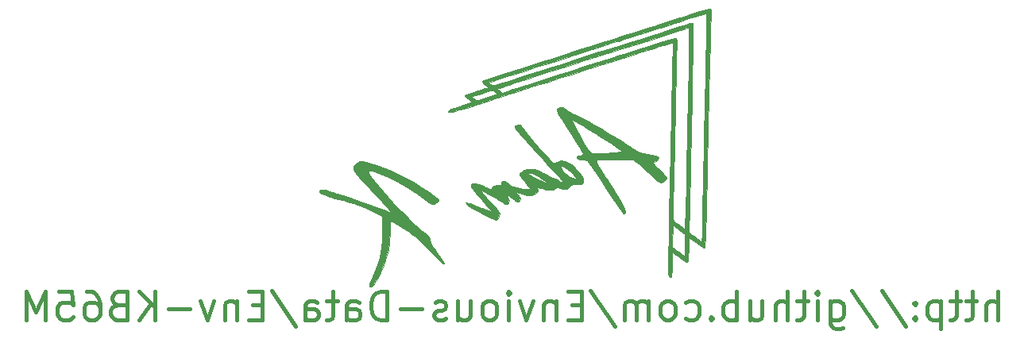
<source format=gbo>
G04 #@! TF.GenerationSoftware,KiCad,Pcbnew,(5.1.9)-1*
G04 #@! TF.CreationDate,2021-05-31T01:00:48+01:00*
G04 #@! TF.ProjectId,EnvKB65_bottom,456e764b-4236-4355-9f62-6f74746f6d2e,rev?*
G04 #@! TF.SameCoordinates,Original*
G04 #@! TF.FileFunction,Legend,Bot*
G04 #@! TF.FilePolarity,Positive*
%FSLAX46Y46*%
G04 Gerber Fmt 4.6, Leading zero omitted, Abs format (unit mm)*
G04 Created by KiCad (PCBNEW (5.1.9)-1) date 2021-05-31 01:00:48*
%MOMM*%
%LPD*%
G01*
G04 APERTURE LIST*
%ADD10C,0.400000*%
%ADD11C,0.010000*%
%ADD12C,2.200000*%
G04 APERTURE END LIST*
D10*
X276410714Y-164357142D02*
X276410714Y-161357142D01*
X275125000Y-164357142D02*
X275125000Y-162785714D01*
X275267857Y-162500000D01*
X275553571Y-162357142D01*
X275982142Y-162357142D01*
X276267857Y-162500000D01*
X276410714Y-162642857D01*
X274125000Y-162357142D02*
X272982142Y-162357142D01*
X273696428Y-161357142D02*
X273696428Y-163928571D01*
X273553571Y-164214285D01*
X273267857Y-164357142D01*
X272982142Y-164357142D01*
X272410714Y-162357142D02*
X271267857Y-162357142D01*
X271982142Y-161357142D02*
X271982142Y-163928571D01*
X271839285Y-164214285D01*
X271553571Y-164357142D01*
X271267857Y-164357142D01*
X270267857Y-162357142D02*
X270267857Y-165357142D01*
X270267857Y-162500000D02*
X269982142Y-162357142D01*
X269410714Y-162357142D01*
X269125000Y-162500000D01*
X268982142Y-162642857D01*
X268839285Y-162928571D01*
X268839285Y-163785714D01*
X268982142Y-164071428D01*
X269125000Y-164214285D01*
X269410714Y-164357142D01*
X269982142Y-164357142D01*
X270267857Y-164214285D01*
X267553571Y-164071428D02*
X267410714Y-164214285D01*
X267553571Y-164357142D01*
X267696428Y-164214285D01*
X267553571Y-164071428D01*
X267553571Y-164357142D01*
X267553571Y-162500000D02*
X267410714Y-162642857D01*
X267553571Y-162785714D01*
X267696428Y-162642857D01*
X267553571Y-162500000D01*
X267553571Y-162785714D01*
X263982142Y-161214285D02*
X266553571Y-165071428D01*
X260839285Y-161214285D02*
X263410714Y-165071428D01*
X258553571Y-162357142D02*
X258553571Y-164785714D01*
X258696428Y-165071428D01*
X258839285Y-165214285D01*
X259124999Y-165357142D01*
X259553571Y-165357142D01*
X259839285Y-165214285D01*
X258553571Y-164214285D02*
X258839285Y-164357142D01*
X259410714Y-164357142D01*
X259696428Y-164214285D01*
X259839285Y-164071428D01*
X259982142Y-163785714D01*
X259982142Y-162928571D01*
X259839285Y-162642857D01*
X259696428Y-162500000D01*
X259410714Y-162357142D01*
X258839285Y-162357142D01*
X258553571Y-162500000D01*
X257124999Y-164357142D02*
X257124999Y-162357142D01*
X257124999Y-161357142D02*
X257267857Y-161500000D01*
X257124999Y-161642857D01*
X256982142Y-161500000D01*
X257124999Y-161357142D01*
X257124999Y-161642857D01*
X256124999Y-162357142D02*
X254982142Y-162357142D01*
X255696428Y-161357142D02*
X255696428Y-163928571D01*
X255553571Y-164214285D01*
X255267857Y-164357142D01*
X254982142Y-164357142D01*
X253982142Y-164357142D02*
X253982142Y-161357142D01*
X252696428Y-164357142D02*
X252696428Y-162785714D01*
X252839285Y-162500000D01*
X253124999Y-162357142D01*
X253553571Y-162357142D01*
X253839285Y-162500000D01*
X253982142Y-162642857D01*
X249982142Y-162357142D02*
X249982142Y-164357142D01*
X251267857Y-162357142D02*
X251267857Y-163928571D01*
X251124999Y-164214285D01*
X250839285Y-164357142D01*
X250410714Y-164357142D01*
X250124999Y-164214285D01*
X249982142Y-164071428D01*
X248553571Y-164357142D02*
X248553571Y-161357142D01*
X248553571Y-162500000D02*
X248267857Y-162357142D01*
X247696428Y-162357142D01*
X247410714Y-162500000D01*
X247267857Y-162642857D01*
X247124999Y-162928571D01*
X247124999Y-163785714D01*
X247267857Y-164071428D01*
X247410714Y-164214285D01*
X247696428Y-164357142D01*
X248267857Y-164357142D01*
X248553571Y-164214285D01*
X245839285Y-164071428D02*
X245696428Y-164214285D01*
X245839285Y-164357142D01*
X245982142Y-164214285D01*
X245839285Y-164071428D01*
X245839285Y-164357142D01*
X243124999Y-164214285D02*
X243410714Y-164357142D01*
X243982142Y-164357142D01*
X244267857Y-164214285D01*
X244410714Y-164071428D01*
X244553571Y-163785714D01*
X244553571Y-162928571D01*
X244410714Y-162642857D01*
X244267857Y-162500000D01*
X243982142Y-162357142D01*
X243410714Y-162357142D01*
X243124999Y-162500000D01*
X241410714Y-164357142D02*
X241696428Y-164214285D01*
X241839285Y-164071428D01*
X241982142Y-163785714D01*
X241982142Y-162928571D01*
X241839285Y-162642857D01*
X241696428Y-162500000D01*
X241410714Y-162357142D01*
X240982142Y-162357142D01*
X240696428Y-162500000D01*
X240553571Y-162642857D01*
X240410714Y-162928571D01*
X240410714Y-163785714D01*
X240553571Y-164071428D01*
X240696428Y-164214285D01*
X240982142Y-164357142D01*
X241410714Y-164357142D01*
X239124999Y-164357142D02*
X239124999Y-162357142D01*
X239124999Y-162642857D02*
X238982142Y-162500000D01*
X238696428Y-162357142D01*
X238267857Y-162357142D01*
X237982142Y-162500000D01*
X237839285Y-162785714D01*
X237839285Y-164357142D01*
X237839285Y-162785714D02*
X237696428Y-162500000D01*
X237410714Y-162357142D01*
X236982142Y-162357142D01*
X236696428Y-162500000D01*
X236553571Y-162785714D01*
X236553571Y-164357142D01*
X232982142Y-161214285D02*
X235553571Y-165071428D01*
X231982142Y-162785714D02*
X230982142Y-162785714D01*
X230553571Y-164357142D02*
X231982142Y-164357142D01*
X231982142Y-161357142D01*
X230553571Y-161357142D01*
X229267857Y-162357142D02*
X229267857Y-164357142D01*
X229267857Y-162642857D02*
X229124999Y-162500000D01*
X228839285Y-162357142D01*
X228410714Y-162357142D01*
X228124999Y-162500000D01*
X227982142Y-162785714D01*
X227982142Y-164357142D01*
X226839285Y-162357142D02*
X226124999Y-164357142D01*
X225410714Y-162357142D01*
X224267857Y-164357142D02*
X224267857Y-162357142D01*
X224267857Y-161357142D02*
X224410714Y-161500000D01*
X224267857Y-161642857D01*
X224124999Y-161500000D01*
X224267857Y-161357142D01*
X224267857Y-161642857D01*
X222410714Y-164357142D02*
X222696428Y-164214285D01*
X222839285Y-164071428D01*
X222982142Y-163785714D01*
X222982142Y-162928571D01*
X222839285Y-162642857D01*
X222696428Y-162500000D01*
X222410714Y-162357142D01*
X221982142Y-162357142D01*
X221696428Y-162500000D01*
X221553571Y-162642857D01*
X221410714Y-162928571D01*
X221410714Y-163785714D01*
X221553571Y-164071428D01*
X221696428Y-164214285D01*
X221982142Y-164357142D01*
X222410714Y-164357142D01*
X218839285Y-162357142D02*
X218839285Y-164357142D01*
X220124999Y-162357142D02*
X220124999Y-163928571D01*
X219982142Y-164214285D01*
X219696428Y-164357142D01*
X219267857Y-164357142D01*
X218982142Y-164214285D01*
X218839285Y-164071428D01*
X217553571Y-164214285D02*
X217267857Y-164357142D01*
X216696428Y-164357142D01*
X216410714Y-164214285D01*
X216267857Y-163928571D01*
X216267857Y-163785714D01*
X216410714Y-163500000D01*
X216696428Y-163357142D01*
X217124999Y-163357142D01*
X217410714Y-163214285D01*
X217553571Y-162928571D01*
X217553571Y-162785714D01*
X217410714Y-162500000D01*
X217124999Y-162357142D01*
X216696428Y-162357142D01*
X216410714Y-162500000D01*
X214982142Y-163214285D02*
X212696428Y-163214285D01*
X211267857Y-164357142D02*
X211267857Y-161357142D01*
X210553571Y-161357142D01*
X210124999Y-161500000D01*
X209839285Y-161785714D01*
X209696428Y-162071428D01*
X209553571Y-162642857D01*
X209553571Y-163071428D01*
X209696428Y-163642857D01*
X209839285Y-163928571D01*
X210124999Y-164214285D01*
X210553571Y-164357142D01*
X211267857Y-164357142D01*
X206982142Y-164357142D02*
X206982142Y-162785714D01*
X207124999Y-162500000D01*
X207410714Y-162357142D01*
X207982142Y-162357142D01*
X208267857Y-162500000D01*
X206982142Y-164214285D02*
X207267857Y-164357142D01*
X207982142Y-164357142D01*
X208267857Y-164214285D01*
X208410714Y-163928571D01*
X208410714Y-163642857D01*
X208267857Y-163357142D01*
X207982142Y-163214285D01*
X207267857Y-163214285D01*
X206982142Y-163071428D01*
X205982142Y-162357142D02*
X204839285Y-162357142D01*
X205553571Y-161357142D02*
X205553571Y-163928571D01*
X205410714Y-164214285D01*
X205124999Y-164357142D01*
X204839285Y-164357142D01*
X202553571Y-164357142D02*
X202553571Y-162785714D01*
X202696428Y-162500000D01*
X202982142Y-162357142D01*
X203553571Y-162357142D01*
X203839285Y-162500000D01*
X202553571Y-164214285D02*
X202839285Y-164357142D01*
X203553571Y-164357142D01*
X203839285Y-164214285D01*
X203982142Y-163928571D01*
X203982142Y-163642857D01*
X203839285Y-163357142D01*
X203553571Y-163214285D01*
X202839285Y-163214285D01*
X202553571Y-163071428D01*
X198982142Y-161214285D02*
X201553571Y-165071428D01*
X197982142Y-162785714D02*
X196982142Y-162785714D01*
X196553571Y-164357142D02*
X197982142Y-164357142D01*
X197982142Y-161357142D01*
X196553571Y-161357142D01*
X195267857Y-162357142D02*
X195267857Y-164357142D01*
X195267857Y-162642857D02*
X195124999Y-162500000D01*
X194839285Y-162357142D01*
X194410714Y-162357142D01*
X194124999Y-162500000D01*
X193982142Y-162785714D01*
X193982142Y-164357142D01*
X192839285Y-162357142D02*
X192124999Y-164357142D01*
X191410714Y-162357142D01*
X190267857Y-163214285D02*
X187982142Y-163214285D01*
X186553571Y-164357142D02*
X186553571Y-161357142D01*
X184839285Y-164357142D02*
X186124999Y-162642857D01*
X184839285Y-161357142D02*
X186553571Y-163071428D01*
X182553571Y-162785714D02*
X182124999Y-162928571D01*
X181982142Y-163071428D01*
X181839285Y-163357142D01*
X181839285Y-163785714D01*
X181982142Y-164071428D01*
X182124999Y-164214285D01*
X182410714Y-164357142D01*
X183553571Y-164357142D01*
X183553571Y-161357142D01*
X182553571Y-161357142D01*
X182267857Y-161500000D01*
X182124999Y-161642857D01*
X181982142Y-161928571D01*
X181982142Y-162214285D01*
X182124999Y-162500000D01*
X182267857Y-162642857D01*
X182553571Y-162785714D01*
X183553571Y-162785714D01*
X179267857Y-161357142D02*
X179839285Y-161357142D01*
X180124999Y-161500000D01*
X180267857Y-161642857D01*
X180553571Y-162071428D01*
X180696428Y-162642857D01*
X180696428Y-163785714D01*
X180553571Y-164071428D01*
X180410714Y-164214285D01*
X180124999Y-164357142D01*
X179553571Y-164357142D01*
X179267857Y-164214285D01*
X179124999Y-164071428D01*
X178982142Y-163785714D01*
X178982142Y-163071428D01*
X179124999Y-162785714D01*
X179267857Y-162642857D01*
X179553571Y-162500000D01*
X180124999Y-162500000D01*
X180410714Y-162642857D01*
X180553571Y-162785714D01*
X180696428Y-163071428D01*
X176267857Y-161357142D02*
X177696428Y-161357142D01*
X177839285Y-162785714D01*
X177696428Y-162642857D01*
X177410714Y-162500000D01*
X176696428Y-162500000D01*
X176410714Y-162642857D01*
X176267857Y-162785714D01*
X176124999Y-163071428D01*
X176124999Y-163785714D01*
X176267857Y-164071428D01*
X176410714Y-164214285D01*
X176696428Y-164357142D01*
X177410714Y-164357142D01*
X177696428Y-164214285D01*
X177839285Y-164071428D01*
X174839285Y-164357142D02*
X174839285Y-161357142D01*
X173839285Y-163500000D01*
X172839285Y-161357142D01*
X172839285Y-164357142D01*
D11*
G36*
X229745930Y-141691677D02*
G01*
X229528509Y-141758348D01*
X229411156Y-141870077D01*
X229395887Y-142044591D01*
X229484716Y-142299614D01*
X229679657Y-142652871D01*
X229893237Y-142987679D01*
X230149529Y-143379163D01*
X230408092Y-143779297D01*
X230633251Y-144132627D01*
X230751422Y-144321667D01*
X230930095Y-144608049D01*
X231166290Y-144981871D01*
X231425381Y-145388508D01*
X231610140Y-145676334D01*
X231823801Y-146016337D01*
X231998621Y-146310530D01*
X232116163Y-146526772D01*
X232158012Y-146631491D01*
X232140658Y-146709466D01*
X232057930Y-146765984D01*
X231869954Y-146821179D01*
X231710208Y-146857620D01*
X231529915Y-146938230D01*
X231498986Y-147051480D01*
X231611032Y-147191513D01*
X231880772Y-147281187D01*
X232298517Y-147318894D01*
X232648367Y-147327334D01*
X233436369Y-148533834D01*
X234095946Y-149542491D01*
X234667012Y-150413140D01*
X235152555Y-151150257D01*
X235555564Y-151758318D01*
X235879027Y-152241800D01*
X236125930Y-152605178D01*
X236299262Y-152852928D01*
X236402011Y-152989527D01*
X236430841Y-153019870D01*
X236588262Y-153077963D01*
X236691705Y-152979697D01*
X236707348Y-152942990D01*
X236694507Y-152795912D01*
X236603343Y-152537590D01*
X236448573Y-152198260D01*
X236244915Y-151808159D01*
X236007086Y-151397525D01*
X235786426Y-151050981D01*
X235624493Y-150802104D01*
X235508299Y-150611350D01*
X235462369Y-150519030D01*
X235462333Y-150518265D01*
X235416831Y-150434523D01*
X235292617Y-150240176D01*
X235108129Y-149963314D01*
X234881803Y-149632024D01*
X234858012Y-149597608D01*
X234578841Y-149182692D01*
X234293960Y-148739913D01*
X234040999Y-148328729D01*
X233890014Y-148068112D01*
X233718689Y-147754126D01*
X233622549Y-147554775D01*
X233592998Y-147437542D01*
X233621437Y-147369908D01*
X233692956Y-147322719D01*
X233844106Y-147290932D01*
X234154787Y-147268776D01*
X234615456Y-147256550D01*
X235216567Y-147254556D01*
X235706123Y-147259274D01*
X237552672Y-147285000D01*
X237962432Y-147620949D01*
X238175627Y-147804309D01*
X238474710Y-148073009D01*
X238824022Y-148394488D01*
X239187904Y-148736187D01*
X239283773Y-148827449D01*
X239678940Y-149196499D01*
X239977087Y-149454070D01*
X240195600Y-149613520D01*
X240351864Y-149688209D01*
X240416742Y-149698000D01*
X240755463Y-149628198D01*
X241003721Y-149430873D01*
X241055348Y-149349963D01*
X241082424Y-149266703D01*
X241061279Y-149171831D01*
X240974915Y-149042554D01*
X240806331Y-148856081D01*
X240538526Y-148589617D01*
X240358789Y-148416083D01*
X240055319Y-148114358D01*
X239828137Y-147867758D01*
X239693409Y-147695123D01*
X239667299Y-147615296D01*
X239670251Y-147613541D01*
X239871146Y-147493575D01*
X240059566Y-147329462D01*
X240182788Y-147171450D01*
X240203666Y-147105201D01*
X240120469Y-146973599D01*
X239876445Y-146852232D01*
X239479945Y-146744081D01*
X238939320Y-146652127D01*
X238930914Y-146650989D01*
X238670515Y-146613552D01*
X238457862Y-146571263D01*
X238262382Y-146509880D01*
X238053503Y-146415164D01*
X238029638Y-146401734D01*
X236309000Y-146401734D01*
X236230477Y-146433770D01*
X236019064Y-146469031D01*
X235710997Y-146502328D01*
X235483500Y-146519967D01*
X235115157Y-146546438D01*
X234802785Y-146572351D01*
X234590392Y-146593882D01*
X234531000Y-146602713D01*
X234388967Y-146617157D01*
X234129241Y-146630129D01*
X233803456Y-146639176D01*
X233743060Y-146640179D01*
X233406671Y-146641411D01*
X233190942Y-146623746D01*
X233047282Y-146573548D01*
X232927099Y-146477181D01*
X232842272Y-146387399D01*
X232701741Y-146201145D01*
X232514518Y-145908826D01*
X232308907Y-145556192D01*
X232174397Y-145307899D01*
X231944184Y-144874883D01*
X231689684Y-144406164D01*
X231452255Y-143977581D01*
X231360686Y-143815717D01*
X231191263Y-143513061D01*
X231059740Y-143266655D01*
X230985081Y-143112591D01*
X230975000Y-143081589D01*
X231042260Y-143082594D01*
X231227056Y-143161038D01*
X231503912Y-143303688D01*
X231847350Y-143497313D01*
X232231894Y-143728679D01*
X232287333Y-143763187D01*
X232640143Y-143980269D01*
X233042367Y-144222724D01*
X233345666Y-144402102D01*
X233640757Y-144580532D01*
X234000629Y-144807532D01*
X234400956Y-145066686D01*
X234817408Y-145341577D01*
X235225657Y-145615790D01*
X235601375Y-145872906D01*
X235920233Y-146096510D01*
X236157903Y-146270185D01*
X236290056Y-146377515D01*
X236309000Y-146401734D01*
X238029638Y-146401734D01*
X237800654Y-146272875D01*
X237473261Y-146068772D01*
X237040754Y-145788614D01*
X236944000Y-145725500D01*
X236240086Y-145274282D01*
X235503908Y-144817027D01*
X234756846Y-144365914D01*
X234020276Y-143933124D01*
X233315578Y-143530836D01*
X232664131Y-143171230D01*
X232087312Y-142866487D01*
X231606500Y-142628787D01*
X231243074Y-142470309D01*
X231205806Y-142456250D01*
X230905166Y-142310158D01*
X230582270Y-142100826D01*
X230420554Y-141972025D01*
X230190894Y-141782706D01*
X230023808Y-141691397D01*
X229863579Y-141674945D01*
X229745930Y-141691677D01*
G37*
X229745930Y-141691677D02*
X229528509Y-141758348D01*
X229411156Y-141870077D01*
X229395887Y-142044591D01*
X229484716Y-142299614D01*
X229679657Y-142652871D01*
X229893237Y-142987679D01*
X230149529Y-143379163D01*
X230408092Y-143779297D01*
X230633251Y-144132627D01*
X230751422Y-144321667D01*
X230930095Y-144608049D01*
X231166290Y-144981871D01*
X231425381Y-145388508D01*
X231610140Y-145676334D01*
X231823801Y-146016337D01*
X231998621Y-146310530D01*
X232116163Y-146526772D01*
X232158012Y-146631491D01*
X232140658Y-146709466D01*
X232057930Y-146765984D01*
X231869954Y-146821179D01*
X231710208Y-146857620D01*
X231529915Y-146938230D01*
X231498986Y-147051480D01*
X231611032Y-147191513D01*
X231880772Y-147281187D01*
X232298517Y-147318894D01*
X232648367Y-147327334D01*
X233436369Y-148533834D01*
X234095946Y-149542491D01*
X234667012Y-150413140D01*
X235152555Y-151150257D01*
X235555564Y-151758318D01*
X235879027Y-152241800D01*
X236125930Y-152605178D01*
X236299262Y-152852928D01*
X236402011Y-152989527D01*
X236430841Y-153019870D01*
X236588262Y-153077963D01*
X236691705Y-152979697D01*
X236707348Y-152942990D01*
X236694507Y-152795912D01*
X236603343Y-152537590D01*
X236448573Y-152198260D01*
X236244915Y-151808159D01*
X236007086Y-151397525D01*
X235786426Y-151050981D01*
X235624493Y-150802104D01*
X235508299Y-150611350D01*
X235462369Y-150519030D01*
X235462333Y-150518265D01*
X235416831Y-150434523D01*
X235292617Y-150240176D01*
X235108129Y-149963314D01*
X234881803Y-149632024D01*
X234858012Y-149597608D01*
X234578841Y-149182692D01*
X234293960Y-148739913D01*
X234040999Y-148328729D01*
X233890014Y-148068112D01*
X233718689Y-147754126D01*
X233622549Y-147554775D01*
X233592998Y-147437542D01*
X233621437Y-147369908D01*
X233692956Y-147322719D01*
X233844106Y-147290932D01*
X234154787Y-147268776D01*
X234615456Y-147256550D01*
X235216567Y-147254556D01*
X235706123Y-147259274D01*
X237552672Y-147285000D01*
X237962432Y-147620949D01*
X238175627Y-147804309D01*
X238474710Y-148073009D01*
X238824022Y-148394488D01*
X239187904Y-148736187D01*
X239283773Y-148827449D01*
X239678940Y-149196499D01*
X239977087Y-149454070D01*
X240195600Y-149613520D01*
X240351864Y-149688209D01*
X240416742Y-149698000D01*
X240755463Y-149628198D01*
X241003721Y-149430873D01*
X241055348Y-149349963D01*
X241082424Y-149266703D01*
X241061279Y-149171831D01*
X240974915Y-149042554D01*
X240806331Y-148856081D01*
X240538526Y-148589617D01*
X240358789Y-148416083D01*
X240055319Y-148114358D01*
X239828137Y-147867758D01*
X239693409Y-147695123D01*
X239667299Y-147615296D01*
X239670251Y-147613541D01*
X239871146Y-147493575D01*
X240059566Y-147329462D01*
X240182788Y-147171450D01*
X240203666Y-147105201D01*
X240120469Y-146973599D01*
X239876445Y-146852232D01*
X239479945Y-146744081D01*
X238939320Y-146652127D01*
X238930914Y-146650989D01*
X238670515Y-146613552D01*
X238457862Y-146571263D01*
X238262382Y-146509880D01*
X238053503Y-146415164D01*
X238029638Y-146401734D01*
X236309000Y-146401734D01*
X236230477Y-146433770D01*
X236019064Y-146469031D01*
X235710997Y-146502328D01*
X235483500Y-146519967D01*
X235115157Y-146546438D01*
X234802785Y-146572351D01*
X234590392Y-146593882D01*
X234531000Y-146602713D01*
X234388967Y-146617157D01*
X234129241Y-146630129D01*
X233803456Y-146639176D01*
X233743060Y-146640179D01*
X233406671Y-146641411D01*
X233190942Y-146623746D01*
X233047282Y-146573548D01*
X232927099Y-146477181D01*
X232842272Y-146387399D01*
X232701741Y-146201145D01*
X232514518Y-145908826D01*
X232308907Y-145556192D01*
X232174397Y-145307899D01*
X231944184Y-144874883D01*
X231689684Y-144406164D01*
X231452255Y-143977581D01*
X231360686Y-143815717D01*
X231191263Y-143513061D01*
X231059740Y-143266655D01*
X230985081Y-143112591D01*
X230975000Y-143081589D01*
X231042260Y-143082594D01*
X231227056Y-143161038D01*
X231503912Y-143303688D01*
X231847350Y-143497313D01*
X232231894Y-143728679D01*
X232287333Y-143763187D01*
X232640143Y-143980269D01*
X233042367Y-144222724D01*
X233345666Y-144402102D01*
X233640757Y-144580532D01*
X234000629Y-144807532D01*
X234400956Y-145066686D01*
X234817408Y-145341577D01*
X235225657Y-145615790D01*
X235601375Y-145872906D01*
X235920233Y-146096510D01*
X236157903Y-146270185D01*
X236290056Y-146377515D01*
X236309000Y-146401734D01*
X238029638Y-146401734D01*
X237800654Y-146272875D01*
X237473261Y-146068772D01*
X237040754Y-145788614D01*
X236944000Y-145725500D01*
X236240086Y-145274282D01*
X235503908Y-144817027D01*
X234756846Y-144365914D01*
X234020276Y-143933124D01*
X233315578Y-143530836D01*
X232664131Y-143171230D01*
X232087312Y-142866487D01*
X231606500Y-142628787D01*
X231243074Y-142470309D01*
X231205806Y-142456250D01*
X230905166Y-142310158D01*
X230582270Y-142100826D01*
X230420554Y-141972025D01*
X230190894Y-141782706D01*
X230023808Y-141691397D01*
X229863579Y-141674945D01*
X229745930Y-141691677D01*
G36*
X225338908Y-143551477D02*
G01*
X225281166Y-143562896D01*
X225073507Y-143614045D01*
X224945801Y-143657458D01*
X224942500Y-143659287D01*
X224879084Y-143760422D01*
X224930603Y-143931176D01*
X225103100Y-144182456D01*
X225402617Y-144525168D01*
X225450500Y-144576264D01*
X225725200Y-144871972D01*
X226070427Y-145250083D01*
X226445288Y-145665488D01*
X226808890Y-146073079D01*
X226868666Y-146140639D01*
X227389913Y-146729477D01*
X227824929Y-147217954D01*
X228198600Y-147633486D01*
X228535812Y-148003489D01*
X228861453Y-148355379D01*
X229200407Y-148716571D01*
X229362355Y-148887805D01*
X229627694Y-149177502D01*
X229833399Y-149420997D01*
X229960366Y-149594202D01*
X229989486Y-149673028D01*
X229986519Y-149674716D01*
X229911765Y-149669142D01*
X229765443Y-149618793D01*
X229533312Y-149516945D01*
X229201130Y-149356875D01*
X228754656Y-149131859D01*
X228179647Y-148835172D01*
X227903152Y-148691106D01*
X227515063Y-148494154D01*
X227227782Y-148367265D01*
X226995588Y-148295632D01*
X226772760Y-148264446D01*
X226567970Y-148258667D01*
X226208893Y-148280194D01*
X225932493Y-148358794D01*
X225719512Y-148474219D01*
X225547467Y-148595606D01*
X225452568Y-148713495D01*
X225441195Y-148853316D01*
X225519731Y-149040497D01*
X225694556Y-149300471D01*
X225972052Y-149658666D01*
X226037236Y-149740334D01*
X226579122Y-150417667D01*
X226283663Y-150443690D01*
X226050854Y-150432467D01*
X225729325Y-150377784D01*
X225403307Y-150295523D01*
X225088985Y-150208517D01*
X224821089Y-150146072D01*
X224656288Y-150121355D01*
X224653647Y-150121334D01*
X224499966Y-150063423D01*
X224298600Y-149916642D01*
X224201666Y-149825000D01*
X224004601Y-149650160D01*
X223831433Y-149543741D01*
X223772091Y-149528667D01*
X223581883Y-149600576D01*
X223474247Y-149773314D01*
X223478539Y-149941097D01*
X223498471Y-150047854D01*
X223435214Y-150070277D01*
X223252701Y-150022976D01*
X222955189Y-149988026D01*
X222685729Y-150050103D01*
X222496962Y-150191631D01*
X222447932Y-150291686D01*
X222398860Y-150408913D01*
X222311823Y-150446917D01*
X222155015Y-150401986D01*
X221896632Y-150270411D01*
X221798973Y-150215975D01*
X221400558Y-150020837D01*
X221016899Y-149884438D01*
X220684245Y-149815637D01*
X220438844Y-149823290D01*
X220354525Y-149863025D01*
X220243193Y-150024927D01*
X220222333Y-150123011D01*
X220276685Y-150230226D01*
X220428129Y-150440332D01*
X220659253Y-150731476D01*
X220952641Y-151081802D01*
X221290879Y-151469455D01*
X221331606Y-151515150D01*
X221669406Y-151897794D01*
X221961320Y-152237055D01*
X222190980Y-152513189D01*
X222342019Y-152706450D01*
X222398067Y-152797093D01*
X222397247Y-152800641D01*
X222307587Y-152785742D01*
X222092573Y-152714334D01*
X221782187Y-152597319D01*
X221406413Y-152445597D01*
X221310834Y-152405653D01*
X220895117Y-152236495D01*
X220509202Y-152089746D01*
X220193201Y-151979984D01*
X219987230Y-151921787D01*
X219971374Y-151918890D01*
X219674698Y-151870746D01*
X219808452Y-152075540D01*
X219921839Y-152173002D01*
X220158248Y-152326742D01*
X220487514Y-152520877D01*
X220879469Y-152739527D01*
X221303946Y-152966811D01*
X221730779Y-153186849D01*
X222129801Y-153383760D01*
X222470845Y-153541662D01*
X222723743Y-153644676D01*
X222851198Y-153677334D01*
X223014895Y-153618205D01*
X223122569Y-153529167D01*
X223249096Y-153325765D01*
X223284161Y-153065392D01*
X223280365Y-152968488D01*
X223220103Y-152846015D01*
X223064440Y-152635539D01*
X222838143Y-152368363D01*
X222610442Y-152121822D01*
X222267553Y-151756203D01*
X221950084Y-151402917D01*
X221677803Y-151085445D01*
X221470483Y-150827268D01*
X221347892Y-150651868D01*
X221323000Y-150592699D01*
X221390444Y-150594499D01*
X221574942Y-150671375D01*
X221849747Y-150808993D01*
X222188109Y-150993019D01*
X222563280Y-151209117D01*
X222948511Y-151442953D01*
X223159659Y-151576950D01*
X223513354Y-151800410D01*
X223758110Y-151939129D01*
X223923470Y-152005811D01*
X224038979Y-152013163D01*
X224112159Y-151986591D01*
X224254810Y-151825503D01*
X224274100Y-151585969D01*
X224170072Y-151305492D01*
X224111235Y-151213904D01*
X224014606Y-151039780D01*
X224030013Y-150966795D01*
X224134565Y-150993772D01*
X224305374Y-151119530D01*
X224418659Y-151229737D01*
X224640782Y-151444124D01*
X224866265Y-151633702D01*
X224900108Y-151658794D01*
X225147128Y-151779223D01*
X225332828Y-151766897D01*
X225444705Y-151651207D01*
X225470259Y-151461541D01*
X225396985Y-151227290D01*
X225212382Y-150977842D01*
X225196500Y-150962064D01*
X225047843Y-150804145D01*
X225028571Y-150744590D01*
X225090666Y-150758036D01*
X225658344Y-150951323D01*
X226147922Y-151071945D01*
X226533155Y-151114271D01*
X226693031Y-151101769D01*
X226952352Y-151011593D01*
X227182414Y-150862410D01*
X227342583Y-150689676D01*
X227392230Y-150528844D01*
X227384280Y-150498568D01*
X227304981Y-150302874D01*
X227283965Y-150251000D01*
X227294936Y-150197931D01*
X227410660Y-150212058D01*
X227651526Y-150297104D01*
X227747949Y-150335667D01*
X228243701Y-150493196D01*
X228674928Y-150542721D01*
X229018267Y-150483808D01*
X229209537Y-150362797D01*
X229361767Y-150243098D01*
X229490144Y-150247523D01*
X229550054Y-150280003D01*
X229733425Y-150354133D01*
X229994491Y-150416608D01*
X230072421Y-150428934D01*
X230312808Y-150448044D01*
X230470244Y-150400023D01*
X230624797Y-150253718D01*
X230675658Y-150194227D01*
X230817040Y-150040110D01*
X230950120Y-149954815D01*
X231131397Y-149918102D01*
X231417371Y-149909730D01*
X231469965Y-149909667D01*
X231774214Y-149903740D01*
X231956954Y-149875616D01*
X232065878Y-149809781D01*
X232079559Y-149790107D01*
X228348325Y-149790107D01*
X228241631Y-149773788D01*
X227993248Y-149678886D01*
X227600267Y-149505187D01*
X227208458Y-149322871D01*
X226736007Y-149090239D01*
X226421106Y-148911846D01*
X226261520Y-148785870D01*
X226255016Y-148710491D01*
X226399358Y-148683888D01*
X226424166Y-148683860D01*
X226697354Y-148740589D01*
X227064167Y-148896495D01*
X227493272Y-149136478D01*
X227847331Y-149369699D01*
X228148267Y-149587850D01*
X228316234Y-149728057D01*
X228348325Y-149790107D01*
X232079559Y-149790107D01*
X232148677Y-149690717D01*
X232149961Y-149688452D01*
X232216649Y-149478744D01*
X232193312Y-149328601D01*
X231458035Y-149328601D01*
X231397787Y-149351301D01*
X231259282Y-149321999D01*
X231049134Y-149244961D01*
X230771746Y-149112549D01*
X230594000Y-149014931D01*
X230199007Y-148737519D01*
X229948117Y-148440611D01*
X229827210Y-148142725D01*
X229812883Y-147966801D01*
X229878330Y-147920000D01*
X230019730Y-147975769D01*
X230244763Y-148123606D01*
X230518878Y-148334303D01*
X230807527Y-148578654D01*
X231076161Y-148827454D01*
X231290232Y-149051496D01*
X231412959Y-149217329D01*
X231458035Y-149328601D01*
X232193312Y-149328601D01*
X232180018Y-149243079D01*
X232030616Y-148961065D01*
X231758992Y-148612308D01*
X231537438Y-148366827D01*
X231056721Y-147900906D01*
X230623353Y-147587686D01*
X230223755Y-147421875D01*
X229844349Y-147398182D01*
X229471556Y-147511316D01*
X229415225Y-147539836D01*
X229028241Y-147745597D01*
X227567454Y-146085546D01*
X227026426Y-145469230D01*
X226588494Y-144966475D01*
X226243573Y-144564888D01*
X225981581Y-144252076D01*
X225792434Y-144015647D01*
X225666048Y-143843207D01*
X225592341Y-143722364D01*
X225561228Y-143640725D01*
X225558453Y-143616440D01*
X225507506Y-143545599D01*
X225338908Y-143551477D01*
G37*
X225338908Y-143551477D02*
X225281166Y-143562896D01*
X225073507Y-143614045D01*
X224945801Y-143657458D01*
X224942500Y-143659287D01*
X224879084Y-143760422D01*
X224930603Y-143931176D01*
X225103100Y-144182456D01*
X225402617Y-144525168D01*
X225450500Y-144576264D01*
X225725200Y-144871972D01*
X226070427Y-145250083D01*
X226445288Y-145665488D01*
X226808890Y-146073079D01*
X226868666Y-146140639D01*
X227389913Y-146729477D01*
X227824929Y-147217954D01*
X228198600Y-147633486D01*
X228535812Y-148003489D01*
X228861453Y-148355379D01*
X229200407Y-148716571D01*
X229362355Y-148887805D01*
X229627694Y-149177502D01*
X229833399Y-149420997D01*
X229960366Y-149594202D01*
X229989486Y-149673028D01*
X229986519Y-149674716D01*
X229911765Y-149669142D01*
X229765443Y-149618793D01*
X229533312Y-149516945D01*
X229201130Y-149356875D01*
X228754656Y-149131859D01*
X228179647Y-148835172D01*
X227903152Y-148691106D01*
X227515063Y-148494154D01*
X227227782Y-148367265D01*
X226995588Y-148295632D01*
X226772760Y-148264446D01*
X226567970Y-148258667D01*
X226208893Y-148280194D01*
X225932493Y-148358794D01*
X225719512Y-148474219D01*
X225547467Y-148595606D01*
X225452568Y-148713495D01*
X225441195Y-148853316D01*
X225519731Y-149040497D01*
X225694556Y-149300471D01*
X225972052Y-149658666D01*
X226037236Y-149740334D01*
X226579122Y-150417667D01*
X226283663Y-150443690D01*
X226050854Y-150432467D01*
X225729325Y-150377784D01*
X225403307Y-150295523D01*
X225088985Y-150208517D01*
X224821089Y-150146072D01*
X224656288Y-150121355D01*
X224653647Y-150121334D01*
X224499966Y-150063423D01*
X224298600Y-149916642D01*
X224201666Y-149825000D01*
X224004601Y-149650160D01*
X223831433Y-149543741D01*
X223772091Y-149528667D01*
X223581883Y-149600576D01*
X223474247Y-149773314D01*
X223478539Y-149941097D01*
X223498471Y-150047854D01*
X223435214Y-150070277D01*
X223252701Y-150022976D01*
X222955189Y-149988026D01*
X222685729Y-150050103D01*
X222496962Y-150191631D01*
X222447932Y-150291686D01*
X222398860Y-150408913D01*
X222311823Y-150446917D01*
X222155015Y-150401986D01*
X221896632Y-150270411D01*
X221798973Y-150215975D01*
X221400558Y-150020837D01*
X221016899Y-149884438D01*
X220684245Y-149815637D01*
X220438844Y-149823290D01*
X220354525Y-149863025D01*
X220243193Y-150024927D01*
X220222333Y-150123011D01*
X220276685Y-150230226D01*
X220428129Y-150440332D01*
X220659253Y-150731476D01*
X220952641Y-151081802D01*
X221290879Y-151469455D01*
X221331606Y-151515150D01*
X221669406Y-151897794D01*
X221961320Y-152237055D01*
X222190980Y-152513189D01*
X222342019Y-152706450D01*
X222398067Y-152797093D01*
X222397247Y-152800641D01*
X222307587Y-152785742D01*
X222092573Y-152714334D01*
X221782187Y-152597319D01*
X221406413Y-152445597D01*
X221310834Y-152405653D01*
X220895117Y-152236495D01*
X220509202Y-152089746D01*
X220193201Y-151979984D01*
X219987230Y-151921787D01*
X219971374Y-151918890D01*
X219674698Y-151870746D01*
X219808452Y-152075540D01*
X219921839Y-152173002D01*
X220158248Y-152326742D01*
X220487514Y-152520877D01*
X220879469Y-152739527D01*
X221303946Y-152966811D01*
X221730779Y-153186849D01*
X222129801Y-153383760D01*
X222470845Y-153541662D01*
X222723743Y-153644676D01*
X222851198Y-153677334D01*
X223014895Y-153618205D01*
X223122569Y-153529167D01*
X223249096Y-153325765D01*
X223284161Y-153065392D01*
X223280365Y-152968488D01*
X223220103Y-152846015D01*
X223064440Y-152635539D01*
X222838143Y-152368363D01*
X222610442Y-152121822D01*
X222267553Y-151756203D01*
X221950084Y-151402917D01*
X221677803Y-151085445D01*
X221470483Y-150827268D01*
X221347892Y-150651868D01*
X221323000Y-150592699D01*
X221390444Y-150594499D01*
X221574942Y-150671375D01*
X221849747Y-150808993D01*
X222188109Y-150993019D01*
X222563280Y-151209117D01*
X222948511Y-151442953D01*
X223159659Y-151576950D01*
X223513354Y-151800410D01*
X223758110Y-151939129D01*
X223923470Y-152005811D01*
X224038979Y-152013163D01*
X224112159Y-151986591D01*
X224254810Y-151825503D01*
X224274100Y-151585969D01*
X224170072Y-151305492D01*
X224111235Y-151213904D01*
X224014606Y-151039780D01*
X224030013Y-150966795D01*
X224134565Y-150993772D01*
X224305374Y-151119530D01*
X224418659Y-151229737D01*
X224640782Y-151444124D01*
X224866265Y-151633702D01*
X224900108Y-151658794D01*
X225147128Y-151779223D01*
X225332828Y-151766897D01*
X225444705Y-151651207D01*
X225470259Y-151461541D01*
X225396985Y-151227290D01*
X225212382Y-150977842D01*
X225196500Y-150962064D01*
X225047843Y-150804145D01*
X225028571Y-150744590D01*
X225090666Y-150758036D01*
X225658344Y-150951323D01*
X226147922Y-151071945D01*
X226533155Y-151114271D01*
X226693031Y-151101769D01*
X226952352Y-151011593D01*
X227182414Y-150862410D01*
X227342583Y-150689676D01*
X227392230Y-150528844D01*
X227384280Y-150498568D01*
X227304981Y-150302874D01*
X227283965Y-150251000D01*
X227294936Y-150197931D01*
X227410660Y-150212058D01*
X227651526Y-150297104D01*
X227747949Y-150335667D01*
X228243701Y-150493196D01*
X228674928Y-150542721D01*
X229018267Y-150483808D01*
X229209537Y-150362797D01*
X229361767Y-150243098D01*
X229490144Y-150247523D01*
X229550054Y-150280003D01*
X229733425Y-150354133D01*
X229994491Y-150416608D01*
X230072421Y-150428934D01*
X230312808Y-150448044D01*
X230470244Y-150400023D01*
X230624797Y-150253718D01*
X230675658Y-150194227D01*
X230817040Y-150040110D01*
X230950120Y-149954815D01*
X231131397Y-149918102D01*
X231417371Y-149909730D01*
X231469965Y-149909667D01*
X231774214Y-149903740D01*
X231956954Y-149875616D01*
X232065878Y-149809781D01*
X232079559Y-149790107D01*
X228348325Y-149790107D01*
X228241631Y-149773788D01*
X227993248Y-149678886D01*
X227600267Y-149505187D01*
X227208458Y-149322871D01*
X226736007Y-149090239D01*
X226421106Y-148911846D01*
X226261520Y-148785870D01*
X226255016Y-148710491D01*
X226399358Y-148683888D01*
X226424166Y-148683860D01*
X226697354Y-148740589D01*
X227064167Y-148896495D01*
X227493272Y-149136478D01*
X227847331Y-149369699D01*
X228148267Y-149587850D01*
X228316234Y-149728057D01*
X228348325Y-149790107D01*
X232079559Y-149790107D01*
X232148677Y-149690717D01*
X232149961Y-149688452D01*
X232216649Y-149478744D01*
X232193312Y-149328601D01*
X231458035Y-149328601D01*
X231397787Y-149351301D01*
X231259282Y-149321999D01*
X231049134Y-149244961D01*
X230771746Y-149112549D01*
X230594000Y-149014931D01*
X230199007Y-148737519D01*
X229948117Y-148440611D01*
X229827210Y-148142725D01*
X229812883Y-147966801D01*
X229878330Y-147920000D01*
X230019730Y-147975769D01*
X230244763Y-148123606D01*
X230518878Y-148334303D01*
X230807527Y-148578654D01*
X231076161Y-148827454D01*
X231290232Y-149051496D01*
X231412959Y-149217329D01*
X231458035Y-149328601D01*
X232193312Y-149328601D01*
X232180018Y-149243079D01*
X232030616Y-148961065D01*
X231758992Y-148612308D01*
X231537438Y-148366827D01*
X231056721Y-147900906D01*
X230623353Y-147587686D01*
X230223755Y-147421875D01*
X229844349Y-147398182D01*
X229471556Y-147511316D01*
X229415225Y-147539836D01*
X229028241Y-147745597D01*
X227567454Y-146085546D01*
X227026426Y-145469230D01*
X226588494Y-144966475D01*
X226243573Y-144564888D01*
X225981581Y-144252076D01*
X225792434Y-144015647D01*
X225666048Y-143843207D01*
X225592341Y-143722364D01*
X225561228Y-143640725D01*
X225558453Y-143616440D01*
X225507506Y-143545599D01*
X225338908Y-143551477D01*
G36*
X245587618Y-131180796D02*
G01*
X245339690Y-131249857D01*
X244984492Y-131355190D01*
X244548923Y-131488806D01*
X244059884Y-131642712D01*
X244016240Y-131656624D01*
X243529663Y-131811780D01*
X242917900Y-132006687D01*
X242217146Y-132229822D01*
X241463599Y-132469663D01*
X240693456Y-132714688D01*
X239942913Y-132953373D01*
X239738000Y-133018518D01*
X239019602Y-133247081D01*
X238289087Y-133479844D01*
X237578757Y-133706492D01*
X236920913Y-133916708D01*
X236347853Y-134100175D01*
X235891880Y-134246576D01*
X235758666Y-134289493D01*
X235395723Y-134406140D01*
X234889428Y-134568208D01*
X234257849Y-134769949D01*
X233519053Y-135005618D01*
X232691106Y-135269467D01*
X231792076Y-135555751D01*
X230840030Y-135858723D01*
X229853033Y-136172636D01*
X228849154Y-136491744D01*
X227846459Y-136810300D01*
X226863015Y-137122557D01*
X225916888Y-137422770D01*
X225026146Y-137705191D01*
X224208855Y-137964074D01*
X223651333Y-138140479D01*
X222940907Y-138369214D01*
X222357009Y-138565827D01*
X221907897Y-138727291D01*
X221601831Y-138850580D01*
X221447071Y-138932670D01*
X221429115Y-138954464D01*
X221481025Y-139066854D01*
X221636640Y-139224539D01*
X221761514Y-139321367D01*
X221945651Y-139465045D01*
X222039178Y-139566608D01*
X222036399Y-139595677D01*
X221931452Y-139628918D01*
X221695793Y-139703260D01*
X221360240Y-139808991D01*
X220955610Y-139936398D01*
X220775956Y-139992942D01*
X220355960Y-140130348D01*
X219997492Y-140257552D01*
X219729966Y-140363344D01*
X219582796Y-140436513D01*
X219563915Y-140454921D01*
X219609404Y-140551550D01*
X219758594Y-140700078D01*
X219882498Y-140797420D01*
X220082210Y-140954238D01*
X220209320Y-141077355D01*
X220233135Y-141118578D01*
X220157552Y-141166675D01*
X219947934Y-141253615D01*
X219632239Y-141368933D01*
X219238426Y-141502164D01*
X219022263Y-141571813D01*
X218485267Y-141749426D01*
X218107801Y-141891520D01*
X217884338Y-142000407D01*
X217809357Y-142078402D01*
X217809333Y-142079541D01*
X217812467Y-142143062D01*
X217830389Y-142191647D01*
X217875881Y-142222088D01*
X217961723Y-142231178D01*
X218100697Y-142215708D01*
X218305583Y-142172471D01*
X218589163Y-142098257D01*
X218964218Y-141989861D01*
X219443529Y-141844072D01*
X220039877Y-141657684D01*
X220766044Y-141427488D01*
X221634809Y-141150276D01*
X222085000Y-141006357D01*
X222795670Y-140779115D01*
X223600133Y-140521870D01*
X224344553Y-140283815D01*
X223041149Y-140283815D01*
X221991574Y-140626089D01*
X221592464Y-140754520D01*
X221249588Y-140861628D01*
X220996010Y-140937315D01*
X220864794Y-140971486D01*
X220857333Y-140972428D01*
X220741662Y-140926021D01*
X220562484Y-140806059D01*
X220518666Y-140771767D01*
X220365557Y-140630478D01*
X220345586Y-140551162D01*
X220391666Y-140523375D01*
X220647879Y-140438101D01*
X220978596Y-140331957D01*
X221347062Y-140216239D01*
X221716523Y-140102248D01*
X222050223Y-140001280D01*
X222311409Y-139924634D01*
X222463326Y-139883608D01*
X222485601Y-139879712D01*
X222588152Y-139930780D01*
X222758034Y-140052895D01*
X222795908Y-140083286D01*
X223041149Y-140283815D01*
X224344553Y-140283815D01*
X224436252Y-140254491D01*
X225241892Y-139996849D01*
X225954914Y-139768815D01*
X226022000Y-139747360D01*
X226690951Y-139533594D01*
X227518732Y-139269392D01*
X228502782Y-138955571D01*
X229640540Y-138592945D01*
X230929446Y-138182331D01*
X232366939Y-137724545D01*
X233950457Y-137220402D01*
X235677439Y-136670717D01*
X237545325Y-136076308D01*
X238171666Y-135877014D01*
X239010472Y-135610186D01*
X239702355Y-135390438D01*
X240261751Y-135213490D01*
X240703095Y-135075062D01*
X241040820Y-134970875D01*
X241289363Y-134896648D01*
X241463157Y-134848102D01*
X241576638Y-134820957D01*
X241644239Y-134810933D01*
X241680397Y-134813752D01*
X241699545Y-134825131D01*
X241704203Y-134829648D01*
X241712149Y-134921711D01*
X241715650Y-135166201D01*
X241714911Y-135546277D01*
X241710133Y-136045096D01*
X241701519Y-136645816D01*
X241689271Y-137331595D01*
X241673592Y-138085591D01*
X241655987Y-138838271D01*
X241601064Y-141097376D01*
X241550173Y-143246734D01*
X241503379Y-145282544D01*
X241460744Y-147201002D01*
X241422332Y-148998306D01*
X241388206Y-150670653D01*
X241358431Y-152214241D01*
X241333068Y-153625266D01*
X241312183Y-154899926D01*
X241295838Y-156034418D01*
X241284096Y-157024940D01*
X241277022Y-157867688D01*
X241274678Y-158558861D01*
X241277128Y-159094655D01*
X241284436Y-159471268D01*
X241296665Y-159684897D01*
X241307283Y-159734555D01*
X241452263Y-159850253D01*
X241578916Y-159808937D01*
X241586555Y-159801556D01*
X241606086Y-159701432D01*
X241622687Y-159462630D01*
X241635083Y-159115796D01*
X241641996Y-158691579D01*
X241643000Y-158446889D01*
X241645786Y-157999722D01*
X241653471Y-157619131D01*
X241665044Y-157334060D01*
X241679496Y-157173457D01*
X241688302Y-157148667D01*
X241770257Y-157196599D01*
X241957132Y-157326385D01*
X242219341Y-157517010D01*
X242465743Y-157700909D01*
X242771706Y-157923138D01*
X243032642Y-158096801D01*
X243217051Y-158201898D01*
X243288275Y-158223177D01*
X243327578Y-158127397D01*
X243363194Y-157876511D01*
X243393729Y-157484730D01*
X243417787Y-156966266D01*
X243421000Y-156870691D01*
X243463333Y-155548178D01*
X244254884Y-156145304D01*
X244640601Y-156425739D01*
X244911271Y-156597168D01*
X245076537Y-156665158D01*
X245135245Y-156653621D01*
X245154691Y-156550660D01*
X245175758Y-156280266D01*
X245198385Y-155844331D01*
X245222510Y-155244749D01*
X245248071Y-154483412D01*
X245275007Y-153562212D01*
X245303255Y-152483041D01*
X245332755Y-151247793D01*
X245363443Y-149858358D01*
X245375198Y-149300239D01*
X245421471Y-147096754D01*
X245466057Y-145015176D01*
X245508839Y-143060443D01*
X245549700Y-141237498D01*
X245588525Y-139551281D01*
X245625196Y-138006732D01*
X245659596Y-136608792D01*
X245691610Y-135362403D01*
X245721121Y-134272504D01*
X245748013Y-133344037D01*
X245762714Y-132870500D01*
X245779987Y-132278036D01*
X245788191Y-131834870D01*
X245787849Y-131766682D01*
X245326202Y-131766682D01*
X245324388Y-132010179D01*
X245319254Y-132397918D01*
X245311060Y-132917374D01*
X245300062Y-133556023D01*
X245286519Y-134301341D01*
X245270687Y-135140803D01*
X245252824Y-136061886D01*
X245233189Y-137052065D01*
X245212038Y-138098816D01*
X245189630Y-139189614D01*
X245166222Y-140311936D01*
X245142072Y-141453257D01*
X245117437Y-142601053D01*
X245092575Y-143742800D01*
X245067743Y-144865974D01*
X245043200Y-145958049D01*
X245019203Y-147006503D01*
X244996010Y-147998811D01*
X244973878Y-148922448D01*
X244953065Y-149764891D01*
X244949409Y-149909667D01*
X244929470Y-150727681D01*
X244911087Y-151542058D01*
X244894757Y-152326233D01*
X244880978Y-153053640D01*
X244870246Y-153697716D01*
X244863058Y-154231893D01*
X244859911Y-154629609D01*
X244859812Y-154700389D01*
X244856575Y-155141126D01*
X244847321Y-155519759D01*
X244833317Y-155804902D01*
X244815830Y-155965168D01*
X244807827Y-155987617D01*
X244722911Y-155962040D01*
X244536350Y-155850923D01*
X244279200Y-155673914D01*
X244089153Y-155533012D01*
X243660853Y-155206974D01*
X242997666Y-155206974D01*
X242997666Y-157578105D01*
X242719787Y-157384552D01*
X242488395Y-157219215D01*
X242204741Y-157011008D01*
X242049196Y-156894667D01*
X241656484Y-156598334D01*
X241703767Y-155455334D01*
X241721849Y-155035967D01*
X241738449Y-154683354D01*
X241751983Y-154428881D01*
X241760867Y-154303933D01*
X241762238Y-154296509D01*
X241829652Y-154336854D01*
X242000965Y-154458195D01*
X242245618Y-154638597D01*
X242385547Y-154743829D01*
X242997666Y-155206974D01*
X243660853Y-155206974D01*
X243422985Y-155025901D01*
X243467542Y-154161117D01*
X243477949Y-153907943D01*
X243490762Y-153510716D01*
X243505740Y-152981730D01*
X243522642Y-152333276D01*
X243541225Y-151577645D01*
X243561249Y-150727129D01*
X243582470Y-149794020D01*
X243604649Y-148790609D01*
X243627542Y-147729188D01*
X243650908Y-146622048D01*
X243674505Y-145481481D01*
X243698093Y-144319780D01*
X243721428Y-143149234D01*
X243744270Y-141982137D01*
X243766377Y-140830779D01*
X243787506Y-139707452D01*
X243807417Y-138624448D01*
X243825867Y-137594059D01*
X243842615Y-136628576D01*
X243857419Y-135740291D01*
X243870037Y-134941495D01*
X243880229Y-134244480D01*
X243887751Y-133661537D01*
X243888852Y-133552442D01*
X243485236Y-133552442D01*
X243483001Y-133940192D01*
X243477316Y-134456734D01*
X243468383Y-135088573D01*
X243456408Y-135822210D01*
X243441595Y-136644148D01*
X243424147Y-137540891D01*
X243404270Y-138498941D01*
X243385838Y-139341528D01*
X243359738Y-140510727D01*
X243331979Y-141760003D01*
X243303249Y-143058063D01*
X243274235Y-144373612D01*
X243245625Y-145675356D01*
X243218107Y-146932002D01*
X243192368Y-148112253D01*
X243169098Y-149184818D01*
X243149561Y-150091434D01*
X243049392Y-154760534D01*
X242388529Y-154257462D01*
X242099614Y-154023431D01*
X241876572Y-153815498D01*
X241747904Y-153661586D01*
X241727691Y-153610029D01*
X241729741Y-153496164D01*
X241735584Y-153231835D01*
X241744769Y-152835859D01*
X241756851Y-152327051D01*
X241771379Y-151724228D01*
X241787907Y-151046205D01*
X241805985Y-150311799D01*
X241812801Y-150036667D01*
X241827223Y-149445137D01*
X241843847Y-148745454D01*
X241862349Y-147952435D01*
X241882405Y-147080900D01*
X241903693Y-146145665D01*
X241925887Y-145161549D01*
X241948664Y-144143369D01*
X241971702Y-143105944D01*
X241994675Y-142064092D01*
X242017261Y-141032629D01*
X242039137Y-140026375D01*
X242059977Y-139060147D01*
X242079459Y-138148763D01*
X242097259Y-137307041D01*
X242113053Y-136549799D01*
X242126518Y-135891855D01*
X242137330Y-135348026D01*
X242145166Y-134933131D01*
X242149701Y-134661988D01*
X242150742Y-134563834D01*
X242121971Y-134358371D01*
X242027184Y-134289059D01*
X242015800Y-134288667D01*
X241915649Y-134313837D01*
X241666686Y-134386758D01*
X241281365Y-134503540D01*
X240772143Y-134660297D01*
X240151475Y-134853141D01*
X239431816Y-135078185D01*
X238625622Y-135331542D01*
X237745348Y-135609324D01*
X236803450Y-135907644D01*
X235812384Y-136222613D01*
X235475300Y-136329980D01*
X233826268Y-136855504D01*
X232331411Y-137331877D01*
X230983572Y-137761379D01*
X229775592Y-138146291D01*
X228700314Y-138488893D01*
X227750578Y-138791465D01*
X226919227Y-139056287D01*
X226199103Y-139285641D01*
X225583048Y-139481806D01*
X225063903Y-139647063D01*
X224634510Y-139783692D01*
X224307927Y-139887546D01*
X223525188Y-140136368D01*
X223270179Y-139947832D01*
X223121839Y-139812923D01*
X223071769Y-139713258D01*
X223079252Y-139698565D01*
X223133557Y-139674251D01*
X223276609Y-139622471D01*
X223513996Y-139541427D01*
X223851309Y-139429323D01*
X224294139Y-139284363D01*
X224848075Y-139104750D01*
X225518708Y-138888688D01*
X226311628Y-138634379D01*
X227232424Y-138340028D01*
X228286688Y-138003838D01*
X229480010Y-137624012D01*
X230817979Y-137198753D01*
X232306185Y-136726266D01*
X233950220Y-136204754D01*
X233980666Y-136195099D01*
X236080225Y-135528337D01*
X238081635Y-134890734D01*
X239962560Y-134289416D01*
X241459561Y-133809052D01*
X242007171Y-133635234D01*
X242500027Y-133483080D01*
X242915753Y-133359147D01*
X243231971Y-133269994D01*
X243426305Y-133222179D01*
X243478533Y-133217311D01*
X243483814Y-133306983D01*
X243485236Y-133552442D01*
X243888852Y-133552442D01*
X243892362Y-133204959D01*
X243893822Y-132887037D01*
X243891887Y-132720062D01*
X243889613Y-132697058D01*
X243875312Y-132690614D01*
X243844391Y-132690614D01*
X243788449Y-132699675D01*
X243699084Y-132720416D01*
X243567892Y-132755453D01*
X243386471Y-132807404D01*
X243146419Y-132878888D01*
X242839333Y-132972523D01*
X242456811Y-133090925D01*
X241990451Y-133236713D01*
X241431849Y-133412504D01*
X240772604Y-133620917D01*
X240004313Y-133864568D01*
X239118573Y-134146077D01*
X238106982Y-134468060D01*
X236961138Y-134833135D01*
X235672638Y-135243921D01*
X234233080Y-135703034D01*
X233896000Y-135810552D01*
X232302082Y-136318891D01*
X230861925Y-136778007D01*
X229568009Y-137190268D01*
X228412813Y-137558042D01*
X227388816Y-137883699D01*
X226488498Y-138169607D01*
X225704337Y-138418135D01*
X225028813Y-138631652D01*
X224454406Y-138812526D01*
X223973593Y-138963125D01*
X223578854Y-139085819D01*
X223262669Y-139182977D01*
X223017517Y-139256967D01*
X222835877Y-139310157D01*
X222710228Y-139344916D01*
X222633049Y-139363614D01*
X222598644Y-139368667D01*
X222459949Y-139319849D01*
X222293356Y-139211856D01*
X222094003Y-139055045D01*
X223296001Y-138669088D01*
X224077883Y-138418378D01*
X225004844Y-138121764D01*
X226060528Y-137784463D01*
X227228585Y-137411694D01*
X228492658Y-137008677D01*
X229836397Y-136580629D01*
X231243446Y-136132770D01*
X231313666Y-136110428D01*
X232080539Y-135866416D01*
X232888701Y-135609226D01*
X233700477Y-135350851D01*
X234478189Y-135103284D01*
X235184162Y-134878519D01*
X235780718Y-134688548D01*
X235970333Y-134628151D01*
X236528136Y-134450567D01*
X237207610Y-134234410D01*
X237969022Y-133992312D01*
X238772637Y-133736903D01*
X239578721Y-133480814D01*
X240347539Y-133236675D01*
X240500000Y-133188277D01*
X241204067Y-132964622D01*
X241907496Y-132740866D01*
X242580712Y-132526439D01*
X243194141Y-132330768D01*
X243718210Y-132163285D01*
X244123346Y-132033417D01*
X244255394Y-131990916D01*
X244646959Y-131867087D01*
X244975435Y-131767853D01*
X245210095Y-131702154D01*
X245320212Y-131678925D01*
X245324440Y-131679950D01*
X245326202Y-131766682D01*
X245787849Y-131766682D01*
X245786617Y-131521174D01*
X245774556Y-131317121D01*
X245751298Y-131202881D01*
X245716133Y-131158627D01*
X245701377Y-131156000D01*
X245587618Y-131180796D01*
G37*
X245587618Y-131180796D02*
X245339690Y-131249857D01*
X244984492Y-131355190D01*
X244548923Y-131488806D01*
X244059884Y-131642712D01*
X244016240Y-131656624D01*
X243529663Y-131811780D01*
X242917900Y-132006687D01*
X242217146Y-132229822D01*
X241463599Y-132469663D01*
X240693456Y-132714688D01*
X239942913Y-132953373D01*
X239738000Y-133018518D01*
X239019602Y-133247081D01*
X238289087Y-133479844D01*
X237578757Y-133706492D01*
X236920913Y-133916708D01*
X236347853Y-134100175D01*
X235891880Y-134246576D01*
X235758666Y-134289493D01*
X235395723Y-134406140D01*
X234889428Y-134568208D01*
X234257849Y-134769949D01*
X233519053Y-135005618D01*
X232691106Y-135269467D01*
X231792076Y-135555751D01*
X230840030Y-135858723D01*
X229853033Y-136172636D01*
X228849154Y-136491744D01*
X227846459Y-136810300D01*
X226863015Y-137122557D01*
X225916888Y-137422770D01*
X225026146Y-137705191D01*
X224208855Y-137964074D01*
X223651333Y-138140479D01*
X222940907Y-138369214D01*
X222357009Y-138565827D01*
X221907897Y-138727291D01*
X221601831Y-138850580D01*
X221447071Y-138932670D01*
X221429115Y-138954464D01*
X221481025Y-139066854D01*
X221636640Y-139224539D01*
X221761514Y-139321367D01*
X221945651Y-139465045D01*
X222039178Y-139566608D01*
X222036399Y-139595677D01*
X221931452Y-139628918D01*
X221695793Y-139703260D01*
X221360240Y-139808991D01*
X220955610Y-139936398D01*
X220775956Y-139992942D01*
X220355960Y-140130348D01*
X219997492Y-140257552D01*
X219729966Y-140363344D01*
X219582796Y-140436513D01*
X219563915Y-140454921D01*
X219609404Y-140551550D01*
X219758594Y-140700078D01*
X219882498Y-140797420D01*
X220082210Y-140954238D01*
X220209320Y-141077355D01*
X220233135Y-141118578D01*
X220157552Y-141166675D01*
X219947934Y-141253615D01*
X219632239Y-141368933D01*
X219238426Y-141502164D01*
X219022263Y-141571813D01*
X218485267Y-141749426D01*
X218107801Y-141891520D01*
X217884338Y-142000407D01*
X217809357Y-142078402D01*
X217809333Y-142079541D01*
X217812467Y-142143062D01*
X217830389Y-142191647D01*
X217875881Y-142222088D01*
X217961723Y-142231178D01*
X218100697Y-142215708D01*
X218305583Y-142172471D01*
X218589163Y-142098257D01*
X218964218Y-141989861D01*
X219443529Y-141844072D01*
X220039877Y-141657684D01*
X220766044Y-141427488D01*
X221634809Y-141150276D01*
X222085000Y-141006357D01*
X222795670Y-140779115D01*
X223600133Y-140521870D01*
X224344553Y-140283815D01*
X223041149Y-140283815D01*
X221991574Y-140626089D01*
X221592464Y-140754520D01*
X221249588Y-140861628D01*
X220996010Y-140937315D01*
X220864794Y-140971486D01*
X220857333Y-140972428D01*
X220741662Y-140926021D01*
X220562484Y-140806059D01*
X220518666Y-140771767D01*
X220365557Y-140630478D01*
X220345586Y-140551162D01*
X220391666Y-140523375D01*
X220647879Y-140438101D01*
X220978596Y-140331957D01*
X221347062Y-140216239D01*
X221716523Y-140102248D01*
X222050223Y-140001280D01*
X222311409Y-139924634D01*
X222463326Y-139883608D01*
X222485601Y-139879712D01*
X222588152Y-139930780D01*
X222758034Y-140052895D01*
X222795908Y-140083286D01*
X223041149Y-140283815D01*
X224344553Y-140283815D01*
X224436252Y-140254491D01*
X225241892Y-139996849D01*
X225954914Y-139768815D01*
X226022000Y-139747360D01*
X226690951Y-139533594D01*
X227518732Y-139269392D01*
X228502782Y-138955571D01*
X229640540Y-138592945D01*
X230929446Y-138182331D01*
X232366939Y-137724545D01*
X233950457Y-137220402D01*
X235677439Y-136670717D01*
X237545325Y-136076308D01*
X238171666Y-135877014D01*
X239010472Y-135610186D01*
X239702355Y-135390438D01*
X240261751Y-135213490D01*
X240703095Y-135075062D01*
X241040820Y-134970875D01*
X241289363Y-134896648D01*
X241463157Y-134848102D01*
X241576638Y-134820957D01*
X241644239Y-134810933D01*
X241680397Y-134813752D01*
X241699545Y-134825131D01*
X241704203Y-134829648D01*
X241712149Y-134921711D01*
X241715650Y-135166201D01*
X241714911Y-135546277D01*
X241710133Y-136045096D01*
X241701519Y-136645816D01*
X241689271Y-137331595D01*
X241673592Y-138085591D01*
X241655987Y-138838271D01*
X241601064Y-141097376D01*
X241550173Y-143246734D01*
X241503379Y-145282544D01*
X241460744Y-147201002D01*
X241422332Y-148998306D01*
X241388206Y-150670653D01*
X241358431Y-152214241D01*
X241333068Y-153625266D01*
X241312183Y-154899926D01*
X241295838Y-156034418D01*
X241284096Y-157024940D01*
X241277022Y-157867688D01*
X241274678Y-158558861D01*
X241277128Y-159094655D01*
X241284436Y-159471268D01*
X241296665Y-159684897D01*
X241307283Y-159734555D01*
X241452263Y-159850253D01*
X241578916Y-159808937D01*
X241586555Y-159801556D01*
X241606086Y-159701432D01*
X241622687Y-159462630D01*
X241635083Y-159115796D01*
X241641996Y-158691579D01*
X241643000Y-158446889D01*
X241645786Y-157999722D01*
X241653471Y-157619131D01*
X241665044Y-157334060D01*
X241679496Y-157173457D01*
X241688302Y-157148667D01*
X241770257Y-157196599D01*
X241957132Y-157326385D01*
X242219341Y-157517010D01*
X242465743Y-157700909D01*
X242771706Y-157923138D01*
X243032642Y-158096801D01*
X243217051Y-158201898D01*
X243288275Y-158223177D01*
X243327578Y-158127397D01*
X243363194Y-157876511D01*
X243393729Y-157484730D01*
X243417787Y-156966266D01*
X243421000Y-156870691D01*
X243463333Y-155548178D01*
X244254884Y-156145304D01*
X244640601Y-156425739D01*
X244911271Y-156597168D01*
X245076537Y-156665158D01*
X245135245Y-156653621D01*
X245154691Y-156550660D01*
X245175758Y-156280266D01*
X245198385Y-155844331D01*
X245222510Y-155244749D01*
X245248071Y-154483412D01*
X245275007Y-153562212D01*
X245303255Y-152483041D01*
X245332755Y-151247793D01*
X245363443Y-149858358D01*
X245375198Y-149300239D01*
X245421471Y-147096754D01*
X245466057Y-145015176D01*
X245508839Y-143060443D01*
X245549700Y-141237498D01*
X245588525Y-139551281D01*
X245625196Y-138006732D01*
X245659596Y-136608792D01*
X245691610Y-135362403D01*
X245721121Y-134272504D01*
X245748013Y-133344037D01*
X245762714Y-132870500D01*
X245779987Y-132278036D01*
X245788191Y-131834870D01*
X245787849Y-131766682D01*
X245326202Y-131766682D01*
X245324388Y-132010179D01*
X245319254Y-132397918D01*
X245311060Y-132917374D01*
X245300062Y-133556023D01*
X245286519Y-134301341D01*
X245270687Y-135140803D01*
X245252824Y-136061886D01*
X245233189Y-137052065D01*
X245212038Y-138098816D01*
X245189630Y-139189614D01*
X245166222Y-140311936D01*
X245142072Y-141453257D01*
X245117437Y-142601053D01*
X245092575Y-143742800D01*
X245067743Y-144865974D01*
X245043200Y-145958049D01*
X245019203Y-147006503D01*
X244996010Y-147998811D01*
X244973878Y-148922448D01*
X244953065Y-149764891D01*
X244949409Y-149909667D01*
X244929470Y-150727681D01*
X244911087Y-151542058D01*
X244894757Y-152326233D01*
X244880978Y-153053640D01*
X244870246Y-153697716D01*
X244863058Y-154231893D01*
X244859911Y-154629609D01*
X244859812Y-154700389D01*
X244856575Y-155141126D01*
X244847321Y-155519759D01*
X244833317Y-155804902D01*
X244815830Y-155965168D01*
X244807827Y-155987617D01*
X244722911Y-155962040D01*
X244536350Y-155850923D01*
X244279200Y-155673914D01*
X244089153Y-155533012D01*
X243660853Y-155206974D01*
X242997666Y-155206974D01*
X242997666Y-157578105D01*
X242719787Y-157384552D01*
X242488395Y-157219215D01*
X242204741Y-157011008D01*
X242049196Y-156894667D01*
X241656484Y-156598334D01*
X241703767Y-155455334D01*
X241721849Y-155035967D01*
X241738449Y-154683354D01*
X241751983Y-154428881D01*
X241760867Y-154303933D01*
X241762238Y-154296509D01*
X241829652Y-154336854D01*
X242000965Y-154458195D01*
X242245618Y-154638597D01*
X242385547Y-154743829D01*
X242997666Y-155206974D01*
X243660853Y-155206974D01*
X243422985Y-155025901D01*
X243467542Y-154161117D01*
X243477949Y-153907943D01*
X243490762Y-153510716D01*
X243505740Y-152981730D01*
X243522642Y-152333276D01*
X243541225Y-151577645D01*
X243561249Y-150727129D01*
X243582470Y-149794020D01*
X243604649Y-148790609D01*
X243627542Y-147729188D01*
X243650908Y-146622048D01*
X243674505Y-145481481D01*
X243698093Y-144319780D01*
X243721428Y-143149234D01*
X243744270Y-141982137D01*
X243766377Y-140830779D01*
X243787506Y-139707452D01*
X243807417Y-138624448D01*
X243825867Y-137594059D01*
X243842615Y-136628576D01*
X243857419Y-135740291D01*
X243870037Y-134941495D01*
X243880229Y-134244480D01*
X243887751Y-133661537D01*
X243888852Y-133552442D01*
X243485236Y-133552442D01*
X243483001Y-133940192D01*
X243477316Y-134456734D01*
X243468383Y-135088573D01*
X243456408Y-135822210D01*
X243441595Y-136644148D01*
X243424147Y-137540891D01*
X243404270Y-138498941D01*
X243385838Y-139341528D01*
X243359738Y-140510727D01*
X243331979Y-141760003D01*
X243303249Y-143058063D01*
X243274235Y-144373612D01*
X243245625Y-145675356D01*
X243218107Y-146932002D01*
X243192368Y-148112253D01*
X243169098Y-149184818D01*
X243149561Y-150091434D01*
X243049392Y-154760534D01*
X242388529Y-154257462D01*
X242099614Y-154023431D01*
X241876572Y-153815498D01*
X241747904Y-153661586D01*
X241727691Y-153610029D01*
X241729741Y-153496164D01*
X241735584Y-153231835D01*
X241744769Y-152835859D01*
X241756851Y-152327051D01*
X241771379Y-151724228D01*
X241787907Y-151046205D01*
X241805985Y-150311799D01*
X241812801Y-150036667D01*
X241827223Y-149445137D01*
X241843847Y-148745454D01*
X241862349Y-147952435D01*
X241882405Y-147080900D01*
X241903693Y-146145665D01*
X241925887Y-145161549D01*
X241948664Y-144143369D01*
X241971702Y-143105944D01*
X241994675Y-142064092D01*
X242017261Y-141032629D01*
X242039137Y-140026375D01*
X242059977Y-139060147D01*
X242079459Y-138148763D01*
X242097259Y-137307041D01*
X242113053Y-136549799D01*
X242126518Y-135891855D01*
X242137330Y-135348026D01*
X242145166Y-134933131D01*
X242149701Y-134661988D01*
X242150742Y-134563834D01*
X242121971Y-134358371D01*
X242027184Y-134289059D01*
X242015800Y-134288667D01*
X241915649Y-134313837D01*
X241666686Y-134386758D01*
X241281365Y-134503540D01*
X240772143Y-134660297D01*
X240151475Y-134853141D01*
X239431816Y-135078185D01*
X238625622Y-135331542D01*
X237745348Y-135609324D01*
X236803450Y-135907644D01*
X235812384Y-136222613D01*
X235475300Y-136329980D01*
X233826268Y-136855504D01*
X232331411Y-137331877D01*
X230983572Y-137761379D01*
X229775592Y-138146291D01*
X228700314Y-138488893D01*
X227750578Y-138791465D01*
X226919227Y-139056287D01*
X226199103Y-139285641D01*
X225583048Y-139481806D01*
X225063903Y-139647063D01*
X224634510Y-139783692D01*
X224307927Y-139887546D01*
X223525188Y-140136368D01*
X223270179Y-139947832D01*
X223121839Y-139812923D01*
X223071769Y-139713258D01*
X223079252Y-139698565D01*
X223133557Y-139674251D01*
X223276609Y-139622471D01*
X223513996Y-139541427D01*
X223851309Y-139429323D01*
X224294139Y-139284363D01*
X224848075Y-139104750D01*
X225518708Y-138888688D01*
X226311628Y-138634379D01*
X227232424Y-138340028D01*
X228286688Y-138003838D01*
X229480010Y-137624012D01*
X230817979Y-137198753D01*
X232306185Y-136726266D01*
X233950220Y-136204754D01*
X233980666Y-136195099D01*
X236080225Y-135528337D01*
X238081635Y-134890734D01*
X239962560Y-134289416D01*
X241459561Y-133809052D01*
X242007171Y-133635234D01*
X242500027Y-133483080D01*
X242915753Y-133359147D01*
X243231971Y-133269994D01*
X243426305Y-133222179D01*
X243478533Y-133217311D01*
X243483814Y-133306983D01*
X243485236Y-133552442D01*
X243888852Y-133552442D01*
X243892362Y-133204959D01*
X243893822Y-132887037D01*
X243891887Y-132720062D01*
X243889613Y-132697058D01*
X243875312Y-132690614D01*
X243844391Y-132690614D01*
X243788449Y-132699675D01*
X243699084Y-132720416D01*
X243567892Y-132755453D01*
X243386471Y-132807404D01*
X243146419Y-132878888D01*
X242839333Y-132972523D01*
X242456811Y-133090925D01*
X241990451Y-133236713D01*
X241431849Y-133412504D01*
X240772604Y-133620917D01*
X240004313Y-133864568D01*
X239118573Y-134146077D01*
X238106982Y-134468060D01*
X236961138Y-134833135D01*
X235672638Y-135243921D01*
X234233080Y-135703034D01*
X233896000Y-135810552D01*
X232302082Y-136318891D01*
X230861925Y-136778007D01*
X229568009Y-137190268D01*
X228412813Y-137558042D01*
X227388816Y-137883699D01*
X226488498Y-138169607D01*
X225704337Y-138418135D01*
X225028813Y-138631652D01*
X224454406Y-138812526D01*
X223973593Y-138963125D01*
X223578854Y-139085819D01*
X223262669Y-139182977D01*
X223017517Y-139256967D01*
X222835877Y-139310157D01*
X222710228Y-139344916D01*
X222633049Y-139363614D01*
X222598644Y-139368667D01*
X222459949Y-139319849D01*
X222293356Y-139211856D01*
X222094003Y-139055045D01*
X223296001Y-138669088D01*
X224077883Y-138418378D01*
X225004844Y-138121764D01*
X226060528Y-137784463D01*
X227228585Y-137411694D01*
X228492658Y-137008677D01*
X229836397Y-136580629D01*
X231243446Y-136132770D01*
X231313666Y-136110428D01*
X232080539Y-135866416D01*
X232888701Y-135609226D01*
X233700477Y-135350851D01*
X234478189Y-135103284D01*
X235184162Y-134878519D01*
X235780718Y-134688548D01*
X235970333Y-134628151D01*
X236528136Y-134450567D01*
X237207610Y-134234410D01*
X237969022Y-133992312D01*
X238772637Y-133736903D01*
X239578721Y-133480814D01*
X240347539Y-133236675D01*
X240500000Y-133188277D01*
X241204067Y-132964622D01*
X241907496Y-132740866D01*
X242580712Y-132526439D01*
X243194141Y-132330768D01*
X243718210Y-132163285D01*
X244123346Y-132033417D01*
X244255394Y-131990916D01*
X244646959Y-131867087D01*
X244975435Y-131767853D01*
X245210095Y-131702154D01*
X245320212Y-131678925D01*
X245324440Y-131679950D01*
X245326202Y-131766682D01*
X245787849Y-131766682D01*
X245786617Y-131521174D01*
X245774556Y-131317121D01*
X245751298Y-131202881D01*
X245716133Y-131158627D01*
X245701377Y-131156000D01*
X245587618Y-131180796D01*
G36*
X208350766Y-147490936D02*
G01*
X208303348Y-147505220D01*
X208032303Y-147651815D01*
X207816242Y-147847210D01*
X207700279Y-148047027D01*
X207691666Y-148106907D01*
X207740547Y-148345633D01*
X207891914Y-148645500D01*
X208152859Y-149016129D01*
X208530471Y-149467139D01*
X209031839Y-150008151D01*
X209284025Y-150267581D01*
X209772443Y-150768104D01*
X210234395Y-151248689D01*
X210655757Y-151694030D01*
X211022399Y-152088821D01*
X211320197Y-152417758D01*
X211535023Y-152665534D01*
X211652751Y-152816845D01*
X211671000Y-152853729D01*
X211652876Y-152872447D01*
X211586148Y-152866737D01*
X211452279Y-152830471D01*
X211232733Y-152757524D01*
X210908974Y-152641769D01*
X210462466Y-152477081D01*
X209935333Y-152280083D01*
X209242436Y-152023144D01*
X208511696Y-151757190D01*
X207791397Y-151499487D01*
X207129822Y-151267301D01*
X206575255Y-151077899D01*
X206548666Y-151069016D01*
X206302435Y-150990694D01*
X205947720Y-150882534D01*
X205538985Y-150760754D01*
X205130697Y-150641574D01*
X204777321Y-150541213D01*
X204761985Y-150536956D01*
X204479912Y-150495006D01*
X204256195Y-150523763D01*
X204112938Y-150602448D01*
X204072244Y-150710281D01*
X204156216Y-150826482D01*
X204354252Y-150920277D01*
X204545430Y-150986236D01*
X204841618Y-151093586D01*
X205189757Y-151222992D01*
X205321000Y-151272549D01*
X205725314Y-151413229D01*
X206148598Y-151540166D01*
X206512018Y-151630117D01*
X206576645Y-151642733D01*
X207078672Y-151761994D01*
X207685442Y-151951479D01*
X208355573Y-152195842D01*
X209047683Y-152479739D01*
X209720392Y-152787826D01*
X209888835Y-152870912D01*
X210841315Y-153348598D01*
X210777126Y-153661133D01*
X210754836Y-153861003D01*
X210738995Y-154188246D01*
X210730833Y-154600977D01*
X210731583Y-155057317D01*
X210733060Y-155159000D01*
X210726372Y-155926189D01*
X210673188Y-156631002D01*
X210565130Y-157310817D01*
X210393817Y-158003010D01*
X210150869Y-158744959D01*
X209827905Y-159574040D01*
X209647342Y-160001526D01*
X209522062Y-160308527D01*
X209429331Y-160566418D01*
X209386186Y-160727082D01*
X209385000Y-160742359D01*
X209433707Y-160861606D01*
X209559498Y-160862349D01*
X209731877Y-160756853D01*
X209920347Y-160557383D01*
X209952398Y-160514167D01*
X210291178Y-159966649D01*
X210623799Y-159292170D01*
X210933491Y-158532769D01*
X211203482Y-157730484D01*
X211417002Y-156927356D01*
X211457604Y-156740965D01*
X211518004Y-156341827D01*
X211561614Y-155830509D01*
X211584165Y-155263700D01*
X211586333Y-155031462D01*
X211592424Y-154606552D01*
X211609191Y-154254235D01*
X211634374Y-154005879D01*
X211665714Y-153892852D01*
X211668513Y-153890537D01*
X211750226Y-153879538D01*
X211891481Y-153923468D01*
X212108803Y-154031198D01*
X212418715Y-154211603D01*
X212837740Y-154473554D01*
X213251822Y-154740758D01*
X213601376Y-154977248D01*
X213938497Y-155226766D01*
X214281865Y-155506298D01*
X214650162Y-155832830D01*
X215062070Y-156223348D01*
X215536270Y-156694838D01*
X216091443Y-157264286D01*
X216528596Y-157720167D01*
X216866605Y-158060190D01*
X217126318Y-158292042D01*
X217300448Y-158411391D01*
X217381711Y-158413906D01*
X217362821Y-158295255D01*
X217311830Y-158185834D01*
X217216499Y-158031781D01*
X217041983Y-157776525D01*
X216811768Y-157453513D01*
X216549342Y-157096195D01*
X216505322Y-157037258D01*
X216209980Y-156633574D01*
X216008876Y-156333121D01*
X215887066Y-156109693D01*
X215829607Y-155937087D01*
X215819666Y-155834919D01*
X215808511Y-155705729D01*
X215760619Y-155585693D01*
X215654350Y-155449722D01*
X215468064Y-155272724D01*
X215180123Y-155029610D01*
X214994166Y-154877771D01*
X214654324Y-154584173D01*
X214224827Y-154185743D01*
X213727660Y-153704969D01*
X213184810Y-153164337D01*
X212618263Y-152586334D01*
X212050004Y-151993447D01*
X211502020Y-151408164D01*
X210996296Y-150852970D01*
X210554818Y-150350354D01*
X210467877Y-150248334D01*
X210001957Y-149682698D01*
X209656981Y-149228224D01*
X209430367Y-148880254D01*
X209319531Y-148634129D01*
X209321888Y-148485190D01*
X209434855Y-148428781D01*
X209458185Y-148428000D01*
X209635344Y-148461549D01*
X209930748Y-148552950D01*
X210309248Y-148688338D01*
X210735694Y-148853847D01*
X211174937Y-149035610D01*
X211591826Y-149219762D01*
X211951212Y-149392437D01*
X212094333Y-149467921D01*
X213323231Y-150180254D01*
X214462713Y-150921705D01*
X215546200Y-151708834D01*
X215853073Y-151927223D01*
X216077383Y-152036599D01*
X216259388Y-152044522D01*
X216439343Y-151958552D01*
X216527915Y-151893188D01*
X216689380Y-151737219D01*
X216741336Y-151590810D01*
X216673668Y-151433936D01*
X216476261Y-151246570D01*
X216138999Y-151008683D01*
X216052852Y-150952622D01*
X215672892Y-150705598D01*
X215273540Y-150442812D01*
X214924676Y-150210332D01*
X214835114Y-150149861D01*
X214252331Y-149778192D01*
X213607039Y-149407747D01*
X212919629Y-149046781D01*
X212210488Y-148703549D01*
X211500007Y-148386306D01*
X210808575Y-148103309D01*
X210156581Y-147862812D01*
X209564413Y-147673071D01*
X209052462Y-147542341D01*
X208641117Y-147478878D01*
X208350766Y-147490936D01*
G37*
X208350766Y-147490936D02*
X208303348Y-147505220D01*
X208032303Y-147651815D01*
X207816242Y-147847210D01*
X207700279Y-148047027D01*
X207691666Y-148106907D01*
X207740547Y-148345633D01*
X207891914Y-148645500D01*
X208152859Y-149016129D01*
X208530471Y-149467139D01*
X209031839Y-150008151D01*
X209284025Y-150267581D01*
X209772443Y-150768104D01*
X210234395Y-151248689D01*
X210655757Y-151694030D01*
X211022399Y-152088821D01*
X211320197Y-152417758D01*
X211535023Y-152665534D01*
X211652751Y-152816845D01*
X211671000Y-152853729D01*
X211652876Y-152872447D01*
X211586148Y-152866737D01*
X211452279Y-152830471D01*
X211232733Y-152757524D01*
X210908974Y-152641769D01*
X210462466Y-152477081D01*
X209935333Y-152280083D01*
X209242436Y-152023144D01*
X208511696Y-151757190D01*
X207791397Y-151499487D01*
X207129822Y-151267301D01*
X206575255Y-151077899D01*
X206548666Y-151069016D01*
X206302435Y-150990694D01*
X205947720Y-150882534D01*
X205538985Y-150760754D01*
X205130697Y-150641574D01*
X204777321Y-150541213D01*
X204761985Y-150536956D01*
X204479912Y-150495006D01*
X204256195Y-150523763D01*
X204112938Y-150602448D01*
X204072244Y-150710281D01*
X204156216Y-150826482D01*
X204354252Y-150920277D01*
X204545430Y-150986236D01*
X204841618Y-151093586D01*
X205189757Y-151222992D01*
X205321000Y-151272549D01*
X205725314Y-151413229D01*
X206148598Y-151540166D01*
X206512018Y-151630117D01*
X206576645Y-151642733D01*
X207078672Y-151761994D01*
X207685442Y-151951479D01*
X208355573Y-152195842D01*
X209047683Y-152479739D01*
X209720392Y-152787826D01*
X209888835Y-152870912D01*
X210841315Y-153348598D01*
X210777126Y-153661133D01*
X210754836Y-153861003D01*
X210738995Y-154188246D01*
X210730833Y-154600977D01*
X210731583Y-155057317D01*
X210733060Y-155159000D01*
X210726372Y-155926189D01*
X210673188Y-156631002D01*
X210565130Y-157310817D01*
X210393817Y-158003010D01*
X210150869Y-158744959D01*
X209827905Y-159574040D01*
X209647342Y-160001526D01*
X209522062Y-160308527D01*
X209429331Y-160566418D01*
X209386186Y-160727082D01*
X209385000Y-160742359D01*
X209433707Y-160861606D01*
X209559498Y-160862349D01*
X209731877Y-160756853D01*
X209920347Y-160557383D01*
X209952398Y-160514167D01*
X210291178Y-159966649D01*
X210623799Y-159292170D01*
X210933491Y-158532769D01*
X211203482Y-157730484D01*
X211417002Y-156927356D01*
X211457604Y-156740965D01*
X211518004Y-156341827D01*
X211561614Y-155830509D01*
X211584165Y-155263700D01*
X211586333Y-155031462D01*
X211592424Y-154606552D01*
X211609191Y-154254235D01*
X211634374Y-154005879D01*
X211665714Y-153892852D01*
X211668513Y-153890537D01*
X211750226Y-153879538D01*
X211891481Y-153923468D01*
X212108803Y-154031198D01*
X212418715Y-154211603D01*
X212837740Y-154473554D01*
X213251822Y-154740758D01*
X213601376Y-154977248D01*
X213938497Y-155226766D01*
X214281865Y-155506298D01*
X214650162Y-155832830D01*
X215062070Y-156223348D01*
X215536270Y-156694838D01*
X216091443Y-157264286D01*
X216528596Y-157720167D01*
X216866605Y-158060190D01*
X217126318Y-158292042D01*
X217300448Y-158411391D01*
X217381711Y-158413906D01*
X217362821Y-158295255D01*
X217311830Y-158185834D01*
X217216499Y-158031781D01*
X217041983Y-157776525D01*
X216811768Y-157453513D01*
X216549342Y-157096195D01*
X216505322Y-157037258D01*
X216209980Y-156633574D01*
X216008876Y-156333121D01*
X215887066Y-156109693D01*
X215829607Y-155937087D01*
X215819666Y-155834919D01*
X215808511Y-155705729D01*
X215760619Y-155585693D01*
X215654350Y-155449722D01*
X215468064Y-155272724D01*
X215180123Y-155029610D01*
X214994166Y-154877771D01*
X214654324Y-154584173D01*
X214224827Y-154185743D01*
X213727660Y-153704969D01*
X213184810Y-153164337D01*
X212618263Y-152586334D01*
X212050004Y-151993447D01*
X211502020Y-151408164D01*
X210996296Y-150852970D01*
X210554818Y-150350354D01*
X210467877Y-150248334D01*
X210001957Y-149682698D01*
X209656981Y-149228224D01*
X209430367Y-148880254D01*
X209319531Y-148634129D01*
X209321888Y-148485190D01*
X209434855Y-148428781D01*
X209458185Y-148428000D01*
X209635344Y-148461549D01*
X209930748Y-148552950D01*
X210309248Y-148688338D01*
X210735694Y-148853847D01*
X211174937Y-149035610D01*
X211591826Y-149219762D01*
X211951212Y-149392437D01*
X212094333Y-149467921D01*
X213323231Y-150180254D01*
X214462713Y-150921705D01*
X215546200Y-151708834D01*
X215853073Y-151927223D01*
X216077383Y-152036599D01*
X216259388Y-152044522D01*
X216439343Y-151958552D01*
X216527915Y-151893188D01*
X216689380Y-151737219D01*
X216741336Y-151590810D01*
X216673668Y-151433936D01*
X216476261Y-151246570D01*
X216138999Y-151008683D01*
X216052852Y-150952622D01*
X215672892Y-150705598D01*
X215273540Y-150442812D01*
X214924676Y-150210332D01*
X214835114Y-150149861D01*
X214252331Y-149778192D01*
X213607039Y-149407747D01*
X212919629Y-149046781D01*
X212210488Y-148703549D01*
X211500007Y-148386306D01*
X210808575Y-148103309D01*
X210156581Y-147862812D01*
X209564413Y-147673071D01*
X209052462Y-147542341D01*
X208641117Y-147478878D01*
X208350766Y-147490936D01*
%LPC*%
D12*
X382200000Y-101000000D03*
X69000000Y-101000000D03*
X86800000Y-185220000D03*
X367750000Y-180500000D03*
X231250000Y-178000000D03*
X225000000Y-122500000D03*
M02*

</source>
